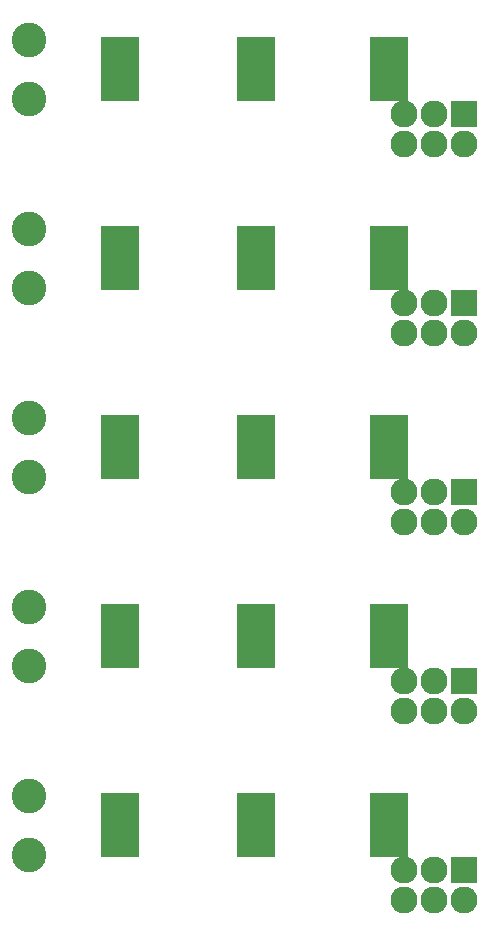
<source format=gbr>
G04 #@! TF.FileFunction,Soldermask,Bot*
%FSLAX46Y46*%
G04 Gerber Fmt 4.6, Leading zero omitted, Abs format (unit mm)*
G04 Created by KiCad (PCBNEW (2015-09-30 BZR 6232)-product) date Fri 09 Oct 2015 11:18:26 AM EEST*
%MOMM*%
G01*
G04 APERTURE LIST*
%ADD10C,0.100000*%
%ADD11R,2.279600X2.279600*%
%ADD12C,2.279600*%
%ADD13C,2.940000*%
%ADD14R,3.190000X5.480000*%
G04 APERTURE END LIST*
D10*
D11*
X85871100Y-51811100D03*
D12*
X85871100Y-54351100D03*
X83331100Y-51811100D03*
X83331100Y-54351100D03*
X80791100Y-51811100D03*
X80791100Y-54351100D03*
D13*
X49041100Y-45501100D03*
X49041100Y-50501100D03*
D14*
X56781100Y-48001100D03*
X68291100Y-48001100D03*
X79541100Y-48001100D03*
D11*
X85871100Y-67811100D03*
D12*
X85871100Y-70351100D03*
X83331100Y-67811100D03*
X83331100Y-70351100D03*
X80791100Y-67811100D03*
X80791100Y-70351100D03*
D13*
X49041100Y-61501100D03*
X49041100Y-66501100D03*
D14*
X56781100Y-64001100D03*
X68291100Y-64001100D03*
X79541100Y-64001100D03*
D11*
X85871100Y-83811100D03*
D12*
X85871100Y-86351100D03*
X83331100Y-83811100D03*
X83331100Y-86351100D03*
X80791100Y-83811100D03*
X80791100Y-86351100D03*
D13*
X49041100Y-77501100D03*
X49041100Y-82501100D03*
D14*
X56781100Y-80001100D03*
X68291100Y-80001100D03*
X79541100Y-80001100D03*
D11*
X85871100Y-99811100D03*
D12*
X85871100Y-102351100D03*
X83331100Y-99811100D03*
X83331100Y-102351100D03*
X80791100Y-99811100D03*
X80791100Y-102351100D03*
D13*
X49041100Y-93501100D03*
X49041100Y-98501100D03*
D14*
X56781100Y-96001100D03*
X68291100Y-96001100D03*
X79541100Y-96001100D03*
D11*
X85871100Y-115811100D03*
D12*
X85871100Y-118351100D03*
X83331100Y-115811100D03*
X83331100Y-118351100D03*
X80791100Y-115811100D03*
X80791100Y-118351100D03*
D13*
X49041100Y-109501100D03*
X49041100Y-114501100D03*
D14*
X56781100Y-112001100D03*
X68291100Y-112001100D03*
X79541100Y-112001100D03*
M02*

</source>
